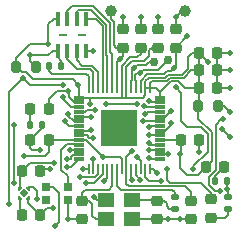
<source format=gbr>
%TF.GenerationSoftware,KiCad,Pcbnew,7.0.2*%
%TF.CreationDate,2023-09-13T14:25:54-04:00*%
%TF.ProjectId,PicoMod,5069636f-4d6f-4642-9e6b-696361645f70,rev?*%
%TF.SameCoordinates,Original*%
%TF.FileFunction,Copper,L1,Top*%
%TF.FilePolarity,Positive*%
%FSLAX46Y46*%
G04 Gerber Fmt 4.6, Leading zero omitted, Abs format (unit mm)*
G04 Created by KiCad (PCBNEW 7.0.2) date 2023-09-13 14:25:54*
%MOMM*%
%LPD*%
G01*
G04 APERTURE LIST*
G04 Aperture macros list*
%AMRoundRect*
0 Rectangle with rounded corners*
0 $1 Rounding radius*
0 $2 $3 $4 $5 $6 $7 $8 $9 X,Y pos of 4 corners*
0 Add a 4 corners polygon primitive as box body*
4,1,4,$2,$3,$4,$5,$6,$7,$8,$9,$2,$3,0*
0 Add four circle primitives for the rounded corners*
1,1,$1+$1,$2,$3*
1,1,$1+$1,$4,$5*
1,1,$1+$1,$6,$7*
1,1,$1+$1,$8,$9*
0 Add four rect primitives between the rounded corners*
20,1,$1+$1,$2,$3,$4,$5,0*
20,1,$1+$1,$4,$5,$6,$7,0*
20,1,$1+$1,$6,$7,$8,$9,0*
20,1,$1+$1,$8,$9,$2,$3,0*%
%AMRotRect*
0 Rectangle, with rotation*
0 The origin of the aperture is its center*
0 $1 length*
0 $2 width*
0 $3 Rotation angle, in degrees counterclockwise*
0 Add horizontal line*
21,1,$1,$2,0,0,$3*%
%AMFreePoly0*
4,1,6,0.130000,0.115000,0.130000,-0.115000,-0.130000,-0.115000,-0.130000,0.275000,-0.020000,0.275000,0.130000,0.115000,0.130000,0.115000,$1*%
%AMFreePoly1*
4,1,6,0.130000,-0.115000,-0.130000,-0.115000,-0.130000,0.115000,0.020000,0.275000,0.130000,0.275000,0.130000,-0.115000,0.130000,-0.115000,$1*%
G04 Aperture macros list end*
%TA.AperFunction,SMDPad,CuDef*%
%ADD10C,1.000000*%
%TD*%
%TA.AperFunction,SMDPad,CuDef*%
%ADD11RoundRect,0.225000X-0.225000X-0.250000X0.225000X-0.250000X0.225000X0.250000X-0.225000X0.250000X0*%
%TD*%
%TA.AperFunction,SMDPad,CuDef*%
%ADD12RoundRect,0.135000X-0.135000X-0.185000X0.135000X-0.185000X0.135000X0.185000X-0.135000X0.185000X0*%
%TD*%
%TA.AperFunction,SMDPad,CuDef*%
%ADD13RoundRect,0.135000X0.185000X-0.135000X0.185000X0.135000X-0.185000X0.135000X-0.185000X-0.135000X0*%
%TD*%
%TA.AperFunction,SMDPad,CuDef*%
%ADD14RoundRect,0.200000X0.200000X0.275000X-0.200000X0.275000X-0.200000X-0.275000X0.200000X-0.275000X0*%
%TD*%
%TA.AperFunction,SMDPad,CuDef*%
%ADD15RoundRect,0.225000X0.225000X0.250000X-0.225000X0.250000X-0.225000X-0.250000X0.225000X-0.250000X0*%
%TD*%
%TA.AperFunction,SMDPad,CuDef*%
%ADD16C,0.750000*%
%TD*%
%TA.AperFunction,SMDPad,CuDef*%
%ADD17R,0.700000X0.700000*%
%TD*%
%TA.AperFunction,SMDPad,CuDef*%
%ADD18RoundRect,0.225000X0.250000X-0.225000X0.250000X0.225000X-0.250000X0.225000X-0.250000X-0.225000X0*%
%TD*%
%TA.AperFunction,SMDPad,CuDef*%
%ADD19RoundRect,0.012800X0.147200X-0.517200X0.147200X0.517200X-0.147200X0.517200X-0.147200X-0.517200X0*%
%TD*%
%TA.AperFunction,SMDPad,CuDef*%
%ADD20R,0.800000X0.200000*%
%TD*%
%TA.AperFunction,SMDPad,CuDef*%
%ADD21RoundRect,0.225000X-0.250000X0.225000X-0.250000X-0.225000X0.250000X-0.225000X0.250000X0.225000X0*%
%TD*%
%TA.AperFunction,SMDPad,CuDef*%
%ADD22RoundRect,0.218750X0.256250X-0.218750X0.256250X0.218750X-0.256250X0.218750X-0.256250X-0.218750X0*%
%TD*%
%TA.AperFunction,SMDPad,CuDef*%
%ADD23RoundRect,0.218750X0.218750X0.256250X-0.218750X0.256250X-0.218750X-0.256250X0.218750X-0.256250X0*%
%TD*%
%TA.AperFunction,SMDPad,CuDef*%
%ADD24R,1.400000X1.150000*%
%TD*%
%TA.AperFunction,SMDPad,CuDef*%
%ADD25RoundRect,0.006000X-0.414000X-0.094000X0.414000X-0.094000X0.414000X0.094000X-0.414000X0.094000X0*%
%TD*%
%TA.AperFunction,SMDPad,CuDef*%
%ADD26RoundRect,0.020000X-0.080000X-0.400000X0.080000X-0.400000X0.080000X0.400000X-0.080000X0.400000X0*%
%TD*%
%TA.AperFunction,SMDPad,CuDef*%
%ADD27R,3.100000X3.100000*%
%TD*%
%TA.AperFunction,SMDPad,CuDef*%
%ADD28RoundRect,0.218750X-0.218750X-0.256250X0.218750X-0.256250X0.218750X0.256250X-0.218750X0.256250X0*%
%TD*%
%TA.AperFunction,SMDPad,CuDef*%
%ADD29RoundRect,0.135000X-0.185000X0.135000X-0.185000X-0.135000X0.185000X-0.135000X0.185000X0.135000X0*%
%TD*%
%TA.AperFunction,SMDPad,CuDef*%
%ADD30FreePoly0,0.000000*%
%TD*%
%TA.AperFunction,SMDPad,CuDef*%
%ADD31FreePoly1,0.000000*%
%TD*%
%TA.AperFunction,SMDPad,CuDef*%
%ADD32FreePoly0,180.000000*%
%TD*%
%TA.AperFunction,SMDPad,CuDef*%
%ADD33FreePoly1,180.000000*%
%TD*%
%TA.AperFunction,SMDPad,CuDef*%
%ADD34RotRect,0.520000X0.520000X225.000000*%
%TD*%
%TA.AperFunction,ViaPad*%
%ADD35C,0.508000*%
%TD*%
%TA.AperFunction,Conductor*%
%ADD36C,0.152400*%
%TD*%
%TA.AperFunction,Conductor*%
%ADD37C,0.200000*%
%TD*%
G04 APERTURE END LIST*
D10*
%TO.P,TP5,1,1*%
%TO.N,GND*%
X35600000Y-21050000D03*
%TD*%
D11*
%TO.P,C3,1*%
%TO.N,+3V3*%
X35225000Y-32000000D03*
%TO.P,C3,2*%
%TO.N,GND*%
X36775000Y-32000000D03*
%TD*%
D12*
%TO.P,R3,1*%
%TO.N,/qCSN*%
X24040000Y-25750000D03*
%TO.P,R3,2*%
%TO.N,/BOOTSEL*%
X25060000Y-25750000D03*
%TD*%
D11*
%TO.P,C15,1*%
%TO.N,+5V*%
X21725000Y-34600000D03*
%TO.P,C15,2*%
%TO.N,GND*%
X23275000Y-34600000D03*
%TD*%
D13*
%TO.P,R8,1*%
%TO.N,Net-(D1-K)*%
X39200000Y-37810000D03*
%TO.P,R8,2*%
%TO.N,GND*%
X39200000Y-36790000D03*
%TD*%
D11*
%TO.P,C4,1*%
%TO.N,+3V3*%
X36725000Y-26100000D03*
%TO.P,C4,2*%
%TO.N,GND*%
X38275000Y-26100000D03*
%TD*%
D12*
%TO.P,R10,1*%
%TO.N,Net-(D4-K)*%
X22460000Y-30690000D03*
%TO.P,R10,2*%
%TO.N,GND*%
X23480000Y-30690000D03*
%TD*%
D14*
%TO.P,R11,1*%
%TO.N,/RUN*%
X38350000Y-29150000D03*
%TO.P,R11,2*%
%TO.N,+3V3*%
X36700000Y-29150000D03*
%TD*%
D15*
%TO.P,C12,1*%
%TO.N,+3V3*%
X24025000Y-32000000D03*
%TO.P,C12,2*%
%TO.N,GND*%
X22475000Y-32000000D03*
%TD*%
D16*
%TO.P,TP3,1,1*%
%TO.N,/usbN*%
X34150000Y-25250000D03*
%TD*%
D17*
%TO.P,D2,1,VDD*%
%TO.N,/LED_PWR*%
X23785000Y-35950000D03*
%TO.P,D2,2,DOUT*%
%TO.N,unconnected-(D2-DOUT-Pad2)*%
X23785000Y-37050000D03*
%TO.P,D2,3,VSS*%
%TO.N,GND*%
X25615000Y-37050000D03*
%TO.P,D2,4,DIN*%
%TO.N,/LED_DI*%
X25615000Y-35950000D03*
%TD*%
D18*
%TO.P,C2,1*%
%TO.N,+3V3*%
X33300000Y-24175000D03*
%TO.P,C2,2*%
%TO.N,GND*%
X33300000Y-22625000D03*
%TD*%
D11*
%TO.P,C5,1*%
%TO.N,+3V3*%
X36725000Y-27600000D03*
%TO.P,C5,2*%
%TO.N,GND*%
X38275000Y-27600000D03*
%TD*%
D19*
%TO.P,U2,1,~{CS}*%
%TO.N,/BOOTSEL*%
X24800000Y-24435000D03*
%TO.P,U2,2,SO/IO1*%
%TO.N,/qSD1*%
X25600000Y-24435000D03*
%TO.P,U2,3,~{WP}*%
%TO.N,/qSD2*%
X26400000Y-24435000D03*
%TO.P,U2,4,GND*%
%TO.N,GND*%
X27200000Y-24435000D03*
%TO.P,U2,5,SI/IO0*%
%TO.N,/qSD0*%
X27200000Y-21765000D03*
%TO.P,U2,6,SCK*%
%TO.N,/qSCK*%
X26400000Y-21765000D03*
%TO.P,U2,7,~{HOLD}*%
%TO.N,/qSD3*%
X25600000Y-21765000D03*
%TO.P,U2,8,VCC*%
%TO.N,+3V3*%
X24800000Y-21765000D03*
D20*
%TO.P,U2,9*%
%TO.N,N/C*%
X25200000Y-23100000D03*
%TO.P,U2,10*%
X26800000Y-23100000D03*
%TD*%
D14*
%TO.P,R4,1*%
%TO.N,/BOOTSEL*%
X22925000Y-25800000D03*
%TO.P,R4,2*%
%TO.N,+3V3*%
X21275000Y-25800000D03*
%TD*%
D21*
%TO.P,C14,1*%
%TO.N,Net-(C14-Pad1)*%
X33200000Y-37125000D03*
%TO.P,C14,2*%
%TO.N,GND*%
X33200000Y-38675000D03*
%TD*%
D11*
%TO.P,C11,1*%
%TO.N,+3V3*%
X36725000Y-24600000D03*
%TO.P,C11,2*%
%TO.N,GND*%
X38275000Y-24600000D03*
%TD*%
%TO.P,C16,1*%
%TO.N,+3V3*%
X21725000Y-38365000D03*
%TO.P,C16,2*%
%TO.N,GND*%
X23275000Y-38365000D03*
%TD*%
D22*
%TO.P,D1,1,K*%
%TO.N,Net-(D1-K)*%
X37800000Y-38587500D03*
%TO.P,D1,2,A*%
%TO.N,/LED*%
X37800000Y-37012500D03*
%TD*%
D23*
%TO.P,D3,1,K*%
%TO.N,Net-(D3-K)*%
X38887500Y-34300000D03*
%TO.P,D3,2,A*%
%TO.N,+3V3*%
X37312500Y-34300000D03*
%TD*%
D16*
%TO.P,TP2,1,1*%
%TO.N,/usbP*%
X32950000Y-25350000D03*
%TD*%
D24*
%TO.P,Y1,1,1*%
%TO.N,/XIN*%
X28900000Y-38700000D03*
%TO.P,Y1,2,2*%
%TO.N,GND*%
X31100000Y-38700000D03*
%TO.P,Y1,3,3*%
%TO.N,Net-(C14-Pad1)*%
X31100000Y-37100000D03*
%TO.P,Y1,4,4*%
%TO.N,GND*%
X28900000Y-37100000D03*
%TD*%
D12*
%TO.P,R9,1*%
%TO.N,Net-(D3-K)*%
X38140000Y-35500000D03*
%TO.P,R9,2*%
%TO.N,GND*%
X39160000Y-35500000D03*
%TD*%
D21*
%TO.P,C10,1*%
%TO.N,+1V1*%
X36100000Y-37125000D03*
%TO.P,C10,2*%
%TO.N,GND*%
X36100000Y-38675000D03*
%TD*%
%TO.P,C13,1*%
%TO.N,/XIN*%
X26800000Y-37125000D03*
%TO.P,C13,2*%
%TO.N,GND*%
X26800000Y-38675000D03*
%TD*%
D25*
%TO.P,U1,1,IOVDD*%
%TO.N,+3V3*%
X26565000Y-28400000D03*
%TO.P,U1,2,GPIO0*%
%TO.N,/TX0*%
X26565000Y-28800000D03*
%TO.P,U1,3,GPIO1*%
%TO.N,/RX0*%
X26565000Y-29200000D03*
%TO.P,U1,4,GPIO2*%
%TO.N,/SCK0*%
X26565000Y-29600000D03*
%TO.P,U1,5,GPIO3*%
%TO.N,/MOSI0*%
X26565000Y-30000000D03*
%TO.P,U1,6,GPIO4*%
%TO.N,/MISO0*%
X26565000Y-30400000D03*
%TO.P,U1,7,GPIO5*%
%TO.N,/GPIO5*%
X26565000Y-30800000D03*
%TO.P,U1,8,GPIO6*%
%TO.N,/SDA*%
X26565000Y-31200000D03*
%TO.P,U1,9,GPIO7*%
%TO.N,/SCL*%
X26565000Y-31600000D03*
%TO.P,U1,10,IOVDD*%
%TO.N,+3V3*%
X26565000Y-32000000D03*
%TO.P,U1,11,GPIO8*%
%TO.N,/LED_DI*%
X26565000Y-32400000D03*
%TO.P,U1,12,GPIO9*%
%TO.N,/GPIO9*%
X26565000Y-32800000D03*
%TO.P,U1,13,GPIO10*%
%TO.N,/GPIO10*%
X26565000Y-33200000D03*
%TO.P,U1,14,GPIO11*%
%TO.N,/GPIO11*%
X26565000Y-33600000D03*
D26*
%TO.P,U1,15,GPIO12*%
%TO.N,/MISO1*%
X27400000Y-34435000D03*
%TO.P,U1,16,GPIO13*%
%TO.N,/GPIO13*%
X27800000Y-34435000D03*
%TO.P,U1,17,GPIO14*%
%TO.N,/SCK1*%
X28200000Y-34435000D03*
%TO.P,U1,18,GPIO15*%
%TO.N,/MOSI1*%
X28600000Y-34435000D03*
%TO.P,U1,19,TESTEN*%
%TO.N,GND*%
X29000000Y-34435000D03*
%TO.P,U1,20,XIN*%
%TO.N,/XIN*%
X29400000Y-34435000D03*
%TO.P,U1,21,XOUT*%
%TO.N,/XOUT*%
X29800000Y-34435000D03*
%TO.P,U1,22,IOVDD*%
%TO.N,+3V3*%
X30200000Y-34435000D03*
%TO.P,U1,23,DVDD*%
%TO.N,+1V1*%
X30600000Y-34435000D03*
%TO.P,U1,24,SWCLK*%
%TO.N,/SWCLK*%
X31000000Y-34435000D03*
%TO.P,U1,25,SWD*%
%TO.N,/SWDIO*%
X31400000Y-34435000D03*
%TO.P,U1,26,RUN*%
%TO.N,/RUN*%
X31800000Y-34435000D03*
%TO.P,U1,27,GPIO16*%
%TO.N,/GPIO16*%
X32200000Y-34435000D03*
%TO.P,U1,28,GPIO17*%
%TO.N,/GPIO17*%
X32600000Y-34435000D03*
D25*
%TO.P,U1,29,GPIO18*%
%TO.N,/GPIO18*%
X33435000Y-33600000D03*
%TO.P,U1,30,GPIO19*%
%TO.N,/GPIO19*%
X33435000Y-33200000D03*
%TO.P,U1,31,GPIO20*%
%TO.N,/GPIO20*%
X33435000Y-32800000D03*
%TO.P,U1,32,GPIO21*%
%TO.N,/GPIO21*%
X33435000Y-32400000D03*
%TO.P,U1,33,IOVDD*%
%TO.N,+3V3*%
X33435000Y-32000000D03*
%TO.P,U1,34,GPIO22*%
%TO.N,/GPIO22*%
X33435000Y-31600000D03*
%TO.P,U1,35,GPIO23*%
%TO.N,/GPIO23*%
X33435000Y-31200000D03*
%TO.P,U1,36,GPIO24*%
%TO.N,/GPIO24*%
X33435000Y-30800000D03*
%TO.P,U1,37,GPIO25*%
%TO.N,/LED*%
X33435000Y-30400000D03*
%TO.P,U1,38,GPIO26/ADC0*%
%TO.N,/ADC0*%
X33435000Y-30000000D03*
%TO.P,U1,39,GPIO27/ADC1*%
%TO.N,/ADC1*%
X33435000Y-29600000D03*
%TO.P,U1,40,GPIO28/ADC2*%
%TO.N,/ADC2*%
X33435000Y-29200000D03*
%TO.P,U1,41,GPIO29/ADC3*%
%TO.N,/ADC3*%
X33435000Y-28800000D03*
%TO.P,U1,42,IOVDD*%
%TO.N,+3V3*%
X33435000Y-28400000D03*
D26*
%TO.P,U1,43,ADC_AVDD*%
X32600000Y-27565000D03*
%TO.P,U1,44,VREG_VIN*%
X32200000Y-27565000D03*
%TO.P,U1,45,VREG_VOUT*%
%TO.N,+1V1*%
X31800000Y-27565000D03*
%TO.P,U1,46,USB_DM*%
%TO.N,/usbN*%
X31400000Y-27565000D03*
%TO.P,U1,47,USB_DP*%
%TO.N,/usbP*%
X31000000Y-27565000D03*
%TO.P,U1,48,USB_VDD*%
%TO.N,+3V3*%
X30600000Y-27565000D03*
%TO.P,U1,49,IOVDD*%
X30200000Y-27565000D03*
%TO.P,U1,50,DVDD*%
%TO.N,+1V1*%
X29800000Y-27565000D03*
%TO.P,U1,51,QSPI_SD3*%
%TO.N,/qSD3*%
X29400000Y-27565000D03*
%TO.P,U1,52,QSPI_SCLK*%
%TO.N,/qSCK*%
X29000000Y-27565000D03*
%TO.P,U1,53,QSPI_SD0*%
%TO.N,/qSD0*%
X28600000Y-27565000D03*
%TO.P,U1,54,QSPI_SD2*%
%TO.N,/qSD2*%
X28200000Y-27565000D03*
%TO.P,U1,55,QSPI_SD1*%
%TO.N,/qSD1*%
X27800000Y-27565000D03*
%TO.P,U1,56,QSPI_CSN*%
%TO.N,/qCSN*%
X27400000Y-27565000D03*
D27*
%TO.P,U1,57,GND*%
%TO.N,GND*%
X30000000Y-31000000D03*
%TD*%
D18*
%TO.P,C1,1*%
%TO.N,+3V3*%
X31800000Y-24175000D03*
%TO.P,C1,2*%
%TO.N,GND*%
X31800000Y-22625000D03*
%TD*%
D28*
%TO.P,D4,1,K*%
%TO.N,Net-(D4-K)*%
X22462500Y-29350000D03*
%TO.P,D4,2,A*%
%TO.N,/TX0*%
X24037500Y-29350000D03*
%TD*%
D18*
%TO.P,C8,1*%
%TO.N,+1V1*%
X34800000Y-24175000D03*
%TO.P,C8,2*%
%TO.N,GND*%
X34800000Y-22625000D03*
%TD*%
D29*
%TO.P,R5,1*%
%TO.N,/XOUT*%
X34700000Y-36790000D03*
%TO.P,R5,2*%
%TO.N,Net-(C14-Pad1)*%
X34700000Y-37810000D03*
%TD*%
D18*
%TO.P,C9,1*%
%TO.N,+1V1*%
X30300000Y-24175000D03*
%TO.P,C9,2*%
%TO.N,GND*%
X30300000Y-22625000D03*
%TD*%
D30*
%TO.P,U3,1,VOUT*%
%TO.N,+3V3*%
X21600000Y-36985000D03*
D31*
%TO.P,U3,2,GND*%
%TO.N,GND*%
X22250000Y-36985000D03*
D32*
%TO.P,U3,3,EN*%
%TO.N,/VREG_EN*%
X22250000Y-36015000D03*
D33*
%TO.P,U3,4,VIN*%
%TO.N,+5V*%
X21600000Y-36015000D03*
D34*
%TO.P,U3,5*%
%TO.N,N/C*%
X21925000Y-36500000D03*
%TD*%
D10*
%TO.P,TP4,1,1*%
%TO.N,+1V1*%
X29300000Y-21050000D03*
%TD*%
D35*
%TO.N,+3V3*%
X24000000Y-23900000D03*
X28650000Y-33450000D03*
X37500000Y-25350000D03*
X26524423Y-27325577D03*
X35150000Y-33200000D03*
X27500000Y-28900000D03*
X21900000Y-33300000D03*
%TO.N,GND*%
X28714709Y-35464709D03*
X29800000Y-31400000D03*
X29100000Y-29800000D03*
X25650000Y-38675226D03*
X24417900Y-37750000D03*
X39350000Y-26100000D03*
X27800000Y-24450000D03*
X34150000Y-38675000D03*
X27822673Y-36772673D03*
X35150000Y-38675000D03*
X29800000Y-29800000D03*
X36750000Y-33035000D03*
X39350000Y-27600000D03*
X30300000Y-21600000D03*
X30500000Y-32200000D03*
X29800000Y-30600000D03*
X39350000Y-24600000D03*
X23250000Y-32794100D03*
X31800000Y-21600000D03*
X24098874Y-34448392D03*
X30500000Y-29800000D03*
X30500000Y-30600000D03*
X30500000Y-31400000D03*
X33300000Y-21600000D03*
X29800000Y-32200000D03*
X39160000Y-36150000D03*
X34800000Y-21600000D03*
%TO.N,+1V1*%
X35750000Y-23215200D03*
X31080480Y-32955902D03*
X34600000Y-25900000D03*
X30050000Y-25150000D03*
%TO.N,+5V*%
X25197387Y-27327440D03*
X21832100Y-26750000D03*
X20634501Y-37400000D03*
X28900000Y-28905900D03*
X24512628Y-33934310D03*
X31458025Y-28905900D03*
X34800000Y-27517900D03*
X36250000Y-34450500D03*
%TO.N,/LED*%
X32000000Y-30400000D03*
X34050000Y-34450000D03*
%TO.N,/TX0*%
X25645974Y-27811422D03*
%TO.N,/RX0*%
X25217900Y-28313641D03*
%TO.N,/SCK0*%
X27909723Y-29417299D03*
%TO.N,/MOSI0*%
X27600000Y-30000000D03*
%TO.N,/MISO0*%
X25644570Y-29816943D03*
%TO.N,/GPIO5*%
X25371949Y-30417900D03*
%TO.N,/SDA*%
X27608487Y-31149076D03*
%TO.N,/GPIO9*%
X25796186Y-32847645D03*
%TO.N,/GPIO10*%
X25585582Y-33632405D03*
%TO.N,/GPIO11*%
X25592277Y-34292272D03*
%TO.N,/MISO1*%
X26900000Y-34450000D03*
%TO.N,/SWCLK*%
X31099038Y-35411563D03*
X38512429Y-36276975D03*
X38783397Y-30249808D03*
%TO.N,/SWDIO*%
X39365500Y-31751948D03*
X38703500Y-31050362D03*
X31754546Y-35335539D03*
%TO.N,/RUN*%
X39365500Y-29650000D03*
X31517900Y-33450000D03*
%TO.N,/GPIO13*%
X27800000Y-33618104D03*
%TO.N,/SCK1*%
X26700000Y-35100000D03*
%TO.N,/MOSI1*%
X27200000Y-35600000D03*
%TO.N,/GPIO16*%
X33572370Y-35415500D03*
%TO.N,/GPIO17*%
X33200000Y-34756797D03*
%TO.N,/GPIO18*%
X32504048Y-33521653D03*
%TO.N,/GPIO19*%
X34137371Y-33188116D03*
%TO.N,/GPIO20*%
X32482100Y-32862115D03*
%TO.N,/GPIO21*%
X32482100Y-32202212D03*
%TO.N,/GPIO22*%
X32482100Y-31542309D03*
%TO.N,/GPIO23*%
X34387525Y-30587525D03*
%TO.N,/GPIO24*%
X32482100Y-30882406D03*
%TO.N,/ADC0*%
X34355450Y-29505450D03*
%TO.N,/ADC1*%
X32202875Y-29765615D03*
%TO.N,/ADC2*%
X32083379Y-29116621D03*
%TO.N,/ADC3*%
X32550000Y-28650000D03*
%TO.N,/SCL*%
X27759751Y-31791408D03*
%TO.N,/BOOTSEL*%
X22400000Y-24800000D03*
%TO.N,/VREG_EN*%
X22999454Y-36963438D03*
X21116601Y-30729850D03*
X21116601Y-35650000D03*
%TO.N,/LED_PWR*%
X24550000Y-39300000D03*
%TO.N,/usbN*%
X31733699Y-26346299D03*
%TO.N,/usbP*%
X31266301Y-25878901D03*
%TD*%
D36*
%TO.N,+3V3*%
X35450000Y-26750000D02*
X36100000Y-26100000D01*
X32550000Y-24400000D02*
X32550000Y-24850000D01*
D37*
X30050000Y-33450000D02*
X30200000Y-33600000D01*
X32600000Y-27565000D02*
X33115000Y-27565000D01*
D36*
X36150000Y-24600000D02*
X36725000Y-24600000D01*
X31500000Y-25000000D02*
X30900000Y-25000000D01*
X35350000Y-26450000D02*
X35800000Y-26000000D01*
X21742400Y-26267400D02*
X22099900Y-26267400D01*
X31100000Y-25300000D02*
X30600000Y-25800000D01*
X21600000Y-38240000D02*
X21725000Y-38365000D01*
X22450000Y-23900000D02*
X21275000Y-25075000D01*
X32800000Y-26950000D02*
X34050000Y-26950000D01*
D37*
X35150000Y-34350000D02*
X35756900Y-34956900D01*
D36*
X21725000Y-38365000D02*
X21750000Y-38340000D01*
X26044186Y-26845340D02*
X26524423Y-27325577D01*
X32600000Y-27150000D02*
X32800000Y-26950000D01*
X35225000Y-33025000D02*
X35150000Y-33100000D01*
D37*
X24025000Y-32975000D02*
X24025000Y-32000000D01*
D36*
X31800000Y-24175000D02*
X31800000Y-24700000D01*
D37*
X27500000Y-28400000D02*
X30200000Y-28400000D01*
X30200000Y-27565000D02*
X30200000Y-28400000D01*
D36*
X35150000Y-33100000D02*
X35150000Y-33200000D01*
D37*
X36725000Y-29125000D02*
X36700000Y-29150000D01*
D36*
X35800000Y-24950000D02*
X36150000Y-24600000D01*
D37*
X21900000Y-33300000D02*
X23700000Y-33300000D01*
D36*
X30200000Y-25700000D02*
X30200000Y-27865000D01*
D37*
X36700000Y-30185290D02*
X37828600Y-31313890D01*
X26565000Y-28400000D02*
X27500000Y-28400000D01*
D36*
X33450000Y-28385000D02*
X33435000Y-28400000D01*
D37*
X30200000Y-33600000D02*
X30200000Y-34435000D01*
X32000000Y-28400000D02*
X32200000Y-28200000D01*
D36*
X24435000Y-21765000D02*
X24000000Y-22200000D01*
X36100000Y-26100000D02*
X36725000Y-26100000D01*
D37*
X35150000Y-33200000D02*
X35150000Y-34350000D01*
X28650000Y-33450000D02*
X27200000Y-32000000D01*
D36*
X26565000Y-27366154D02*
X26565000Y-28400000D01*
X22450000Y-23900000D02*
X24000000Y-23900000D01*
D37*
X24025000Y-32000000D02*
X26565000Y-32000000D01*
D36*
X36750000Y-24600000D02*
X37500000Y-25350000D01*
X21275000Y-25800000D02*
X21742400Y-26267400D01*
X32100000Y-25300000D02*
X31100000Y-25300000D01*
X32775000Y-24175000D02*
X32550000Y-24400000D01*
D37*
X30600000Y-27565000D02*
X30600000Y-28400000D01*
X30200000Y-28400000D02*
X30600000Y-28400000D01*
D36*
X32500000Y-26700000D02*
X33900000Y-26700000D01*
D37*
X36725000Y-27600000D02*
X36725000Y-26100000D01*
D36*
X33900000Y-26700000D02*
X34150000Y-26450000D01*
X21600000Y-36985000D02*
X21600000Y-38240000D01*
D37*
X35756900Y-34956900D02*
X36655600Y-34956900D01*
D36*
X26524423Y-27325577D02*
X26565000Y-27366154D01*
D37*
X33450000Y-27900000D02*
X33450000Y-28385000D01*
D36*
X32550000Y-24850000D02*
X32100000Y-25300000D01*
D37*
X32200000Y-28200000D02*
X32200000Y-27565000D01*
X23700000Y-33300000D02*
X24025000Y-32975000D01*
X36655600Y-34956900D02*
X37312500Y-34300000D01*
D36*
X32600000Y-27550000D02*
X32600000Y-27150000D01*
D37*
X32600000Y-27565000D02*
X32200000Y-27565000D01*
D36*
X31800000Y-24700000D02*
X31500000Y-25000000D01*
X34050000Y-26950000D02*
X34250000Y-26750000D01*
X30600000Y-25800000D02*
X30600000Y-27865000D01*
D37*
X30600000Y-28400000D02*
X32000000Y-28400000D01*
X36725000Y-27350000D02*
X36725000Y-29125000D01*
X37828600Y-33783900D02*
X37312500Y-34300000D01*
D36*
X21275000Y-25075000D02*
X21275000Y-25800000D01*
X36725000Y-24600000D02*
X36750000Y-24600000D01*
D37*
X33115000Y-27565000D02*
X33450000Y-27900000D01*
X36725000Y-24600000D02*
X36725000Y-26100000D01*
D36*
X24000000Y-22200000D02*
X24000000Y-23900000D01*
X34250000Y-26750000D02*
X35450000Y-26750000D01*
D37*
X27500000Y-28900000D02*
X27500000Y-28400000D01*
D36*
X32200000Y-27865000D02*
X32200000Y-27000000D01*
D37*
X33435000Y-32000000D02*
X35225000Y-32000000D01*
D36*
X34150000Y-26450000D02*
X35350000Y-26450000D01*
D37*
X37828600Y-31313890D02*
X37828600Y-33783900D01*
D36*
X24800000Y-21765000D02*
X24435000Y-21765000D01*
D37*
X35225000Y-32000000D02*
X35225000Y-33025000D01*
D36*
X22677840Y-26845340D02*
X26044186Y-26845340D01*
D37*
X34338500Y-27011500D02*
X35011500Y-27011500D01*
X27200000Y-32000000D02*
X26565000Y-32000000D01*
X28650000Y-33450000D02*
X30050000Y-33450000D01*
D36*
X22099900Y-26267400D02*
X22677840Y-26845340D01*
D37*
X35011500Y-27011500D02*
X35600000Y-27600000D01*
D36*
X32200000Y-27000000D02*
X32500000Y-26700000D01*
D37*
X33450000Y-27900000D02*
X34338500Y-27011500D01*
D36*
X30900000Y-25000000D02*
X30200000Y-25700000D01*
X33300000Y-24175000D02*
X32775000Y-24175000D01*
D37*
X35600000Y-27600000D02*
X36725000Y-27600000D01*
X36700000Y-29400000D02*
X36700000Y-30185290D01*
D36*
X35800000Y-26000000D02*
X35800000Y-24950000D01*
%TO.N,GND*%
X25650000Y-38675226D02*
X26799774Y-38675226D01*
X22644100Y-32794100D02*
X22475000Y-32625000D01*
X39160000Y-36150000D02*
X39160000Y-35400000D01*
X23426608Y-34448392D02*
X23275000Y-34600000D01*
X28900000Y-37100000D02*
X28150000Y-37100000D01*
X34800000Y-21600000D02*
X34900000Y-21600000D01*
X31800000Y-22625000D02*
X31800000Y-21600000D01*
X26799774Y-38675226D02*
X26800000Y-38675000D01*
X38275000Y-27600000D02*
X39300000Y-27600000D01*
X38275000Y-26100000D02*
X38275000Y-24600000D01*
X27750000Y-24450000D02*
X27215000Y-24450000D01*
X33175000Y-38700000D02*
X31100000Y-38700000D01*
X38275000Y-24600000D02*
X39300000Y-24600000D01*
X33300000Y-22625000D02*
X33300000Y-21600000D01*
X39300000Y-26100000D02*
X39350000Y-26100000D01*
X28714709Y-35464709D02*
X29000000Y-35179418D01*
X39300000Y-27600000D02*
X39350000Y-27600000D01*
X39200000Y-36790000D02*
X39200000Y-36250000D01*
X23480000Y-30970000D02*
X23480000Y-30690000D01*
X25615000Y-38640226D02*
X25615000Y-37050000D01*
X35600000Y-21050000D02*
X35350000Y-21050000D01*
X28150000Y-37100000D02*
X27822673Y-36772673D01*
X22250000Y-37340000D02*
X23275000Y-38365000D01*
X25650000Y-38675226D02*
X25615000Y-38640226D01*
X22250000Y-36985000D02*
X22250000Y-37340000D01*
X36100000Y-38675000D02*
X33200000Y-38675000D01*
X38275000Y-27600000D02*
X38275000Y-26100000D01*
X22475000Y-32000000D02*
X22475000Y-31975000D01*
X23275000Y-34600000D02*
X23275000Y-34990000D01*
X29000000Y-35179418D02*
X29000000Y-34435000D01*
X34800000Y-22625000D02*
X34800000Y-21600000D01*
X36775000Y-32000000D02*
X36775000Y-33010000D01*
X33200000Y-38675000D02*
X33175000Y-38700000D01*
X30300000Y-22625000D02*
X30300000Y-21600000D01*
X23890000Y-37750000D02*
X23275000Y-38365000D01*
X35350000Y-21050000D02*
X34800000Y-21600000D01*
X24417900Y-37750000D02*
X23890000Y-37750000D01*
X39300000Y-24600000D02*
X39350000Y-24600000D01*
X23250000Y-32794100D02*
X22644100Y-32794100D01*
X38275000Y-26100000D02*
X39300000Y-26100000D01*
X24098874Y-34448392D02*
X23426608Y-34448392D01*
X22475000Y-31975000D02*
X23480000Y-30970000D01*
X27750000Y-24450000D02*
X27800000Y-24450000D01*
X36775000Y-33010000D02*
X36750000Y-33035000D01*
X22475000Y-32625000D02*
X22475000Y-32000000D01*
%TO.N,+1V1*%
X30600000Y-35700000D02*
X30797600Y-35897600D01*
X30600000Y-34435000D02*
X30600000Y-35700000D01*
X29514400Y-23964400D02*
X29725000Y-24175000D01*
X30600000Y-33436382D02*
X30600000Y-34435000D01*
X34023748Y-26145200D02*
X34354800Y-26145200D01*
X30300000Y-24900000D02*
X29800000Y-25400000D01*
X35597600Y-35897600D02*
X36100000Y-36400000D01*
X30797600Y-35897600D02*
X35597600Y-35897600D01*
X29300000Y-21050000D02*
X29300000Y-21750000D01*
X31800000Y-26968948D02*
X32373748Y-26395200D01*
X34354800Y-26145200D02*
X34800000Y-25700000D01*
X32373748Y-26395200D02*
X33773748Y-26395200D01*
X31800000Y-27865000D02*
X31800000Y-26968948D01*
X34800000Y-24165200D02*
X35750000Y-23215200D01*
X29514400Y-21964400D02*
X29514400Y-23964400D01*
X29725000Y-24175000D02*
X30300000Y-24175000D01*
X30300000Y-24175000D02*
X30300000Y-24900000D01*
X33773748Y-26395200D02*
X34023748Y-26145200D01*
X36100000Y-36400000D02*
X36100000Y-37125000D01*
X31080480Y-32955902D02*
X30600000Y-33436382D01*
X34800000Y-25700000D02*
X34800000Y-24175000D01*
X29800000Y-25400000D02*
X29800000Y-27865000D01*
X29300000Y-21750000D02*
X29514400Y-21964400D01*
X34800000Y-24175000D02*
X34800000Y-24165200D01*
%TO.N,/XIN*%
X27098300Y-36201700D02*
X26800000Y-36500000D01*
X26800000Y-37125000D02*
X27425000Y-37125000D01*
X29098300Y-36201700D02*
X27098300Y-36201700D01*
X27700000Y-38400000D02*
X28000000Y-38700000D01*
X26785000Y-37310000D02*
X26800000Y-37325000D01*
X27425000Y-37125000D02*
X27700000Y-37400000D01*
X27700000Y-37400000D02*
X27700000Y-38400000D01*
X29400000Y-35900000D02*
X29098300Y-36201700D01*
X28000000Y-38700000D02*
X28900000Y-38700000D01*
X29400000Y-34435000D02*
X29400000Y-35900000D01*
X26825000Y-37300000D02*
X26800000Y-37325000D01*
X26800000Y-36500000D02*
X26800000Y-37125000D01*
%TO.N,Net-(C14-Pad1)*%
X34000000Y-37600000D02*
X34210000Y-37810000D01*
X33825000Y-37125000D02*
X34000000Y-37300000D01*
X33200000Y-37125000D02*
X33175000Y-37100000D01*
X34000000Y-37300000D02*
X34000000Y-37600000D01*
X34210000Y-37810000D02*
X34700000Y-37810000D01*
X33175000Y-37100000D02*
X31100000Y-37100000D01*
X33200000Y-37125000D02*
X33825000Y-37125000D01*
%TO.N,+5V*%
X35250000Y-30400000D02*
X35750000Y-30900000D01*
X25174827Y-27350000D02*
X25197387Y-27327440D01*
X22428600Y-33896400D02*
X24474718Y-33896400D01*
X35750000Y-30900000D02*
X36950000Y-30900000D01*
X24474718Y-33896400D02*
X24512628Y-33934310D01*
X21832100Y-26750000D02*
X20634501Y-27947599D01*
X35250000Y-27967900D02*
X35250000Y-30400000D01*
X20634501Y-37400000D02*
X20634501Y-27947599D01*
X21832100Y-26750000D02*
X22432100Y-27350000D01*
X34800000Y-27517900D02*
X35250000Y-27967900D01*
X36950000Y-30900000D02*
X37500000Y-31450000D01*
X37500000Y-31450000D02*
X37500000Y-32967500D01*
X21600000Y-36015000D02*
X21600000Y-34725000D01*
X28900000Y-28905900D02*
X31458025Y-28905900D01*
X21725000Y-34600000D02*
X22428600Y-33896400D01*
X37500000Y-32967500D02*
X36250000Y-34217500D01*
X22432100Y-27350000D02*
X25174827Y-27350000D01*
X21600000Y-34725000D02*
X21725000Y-34600000D01*
X36250000Y-34217500D02*
X36250000Y-34450500D01*
%TO.N,Net-(D1-K)*%
X39200000Y-37810000D02*
X39200000Y-38300000D01*
X38912500Y-38587500D02*
X37800000Y-38587500D01*
X39200000Y-38300000D02*
X38912500Y-38587500D01*
%TO.N,/LED*%
X34292800Y-35592800D02*
X35723852Y-35592800D01*
X33435000Y-30400000D02*
X32000000Y-30400000D01*
X37800000Y-36500000D02*
X37800000Y-37012500D01*
X34050000Y-35350000D02*
X34292800Y-35592800D01*
X35723852Y-35592800D02*
X35725052Y-35594000D01*
X36894000Y-35594000D02*
X37800000Y-36500000D01*
X35725052Y-35594000D02*
X36894000Y-35594000D01*
X34050000Y-34450000D02*
X34050000Y-35350000D01*
%TO.N,/LED_DI*%
X25102982Y-32858349D02*
X25102982Y-34502982D01*
X25615000Y-35015000D02*
X25615000Y-35950000D01*
X26565000Y-32400000D02*
X26530045Y-32365045D01*
X25102982Y-34502982D02*
X25615000Y-35015000D01*
X26530045Y-32365045D02*
X25596286Y-32365045D01*
X25596286Y-32365045D02*
X25102982Y-32858349D01*
%TO.N,/TX0*%
X25700000Y-27865448D02*
X25700000Y-28374775D01*
X26125225Y-28800000D02*
X26565000Y-28800000D01*
X24037500Y-29350000D02*
X24037500Y-28512500D01*
X25645974Y-27811422D02*
X25700000Y-27865448D01*
X25700000Y-28374775D02*
X26125225Y-28800000D01*
X24037500Y-28512500D02*
X24738578Y-27811422D01*
X24738578Y-27811422D02*
X25645974Y-27811422D01*
%TO.N,/RX0*%
X25217900Y-28517900D02*
X25900000Y-29200000D01*
X25217900Y-28313641D02*
X25217900Y-28517900D01*
X25900000Y-29200000D02*
X26565000Y-29200000D01*
%TO.N,/SCK0*%
X27909723Y-29417299D02*
X27262379Y-29417299D01*
X27079678Y-29600000D02*
X26565000Y-29600000D01*
X27262379Y-29417299D02*
X27079678Y-29600000D01*
%TO.N,/MOSI0*%
X26565000Y-30000000D02*
X27600000Y-30000000D01*
%TO.N,/MISO0*%
X26125225Y-30400000D02*
X26565000Y-30400000D01*
X25644570Y-29816943D02*
X25644570Y-29919345D01*
X25644570Y-29919345D02*
X26125225Y-30400000D01*
%TO.N,/GPIO5*%
X25700000Y-30800000D02*
X26565000Y-30800000D01*
X25371949Y-30471949D02*
X25700000Y-30800000D01*
X25371949Y-30417900D02*
X25371949Y-30471949D01*
%TO.N,/qCSN*%
X27400000Y-26600000D02*
X27200000Y-26400000D01*
X24040000Y-26140000D02*
X24040000Y-25750000D01*
X27400000Y-27865000D02*
X27400000Y-26600000D01*
X24300000Y-26400000D02*
X24040000Y-26140000D01*
X27200000Y-26400000D02*
X24300000Y-26400000D01*
%TO.N,/XOUT*%
X34700000Y-36400000D02*
X34502400Y-36202400D01*
X34502400Y-36202400D02*
X30102400Y-36202400D01*
X29800000Y-35900000D02*
X29800000Y-34435000D01*
X30102400Y-36202400D02*
X29800000Y-35900000D01*
X34700000Y-36790000D02*
X34700000Y-36400000D01*
%TO.N,/SDA*%
X27557563Y-31200000D02*
X26565000Y-31200000D01*
X27608487Y-31149076D02*
X27557563Y-31200000D01*
%TO.N,/GPIO9*%
X25843831Y-32800000D02*
X26565000Y-32800000D01*
X25796186Y-32847645D02*
X25843831Y-32800000D01*
%TO.N,/GPIO10*%
X25916400Y-33583600D02*
X25916400Y-33408825D01*
X25585582Y-33632405D02*
X25867595Y-33632405D01*
X25867595Y-33632405D02*
X25916400Y-33583600D01*
X26125225Y-33200000D02*
X26565000Y-33200000D01*
X25916400Y-33408825D02*
X26125225Y-33200000D01*
%TO.N,/GPIO11*%
X25592277Y-34292272D02*
X25872728Y-34292272D01*
X25872728Y-34292272D02*
X26565000Y-33600000D01*
%TO.N,/MISO1*%
X26900000Y-34450000D02*
X26915000Y-34435000D01*
X26915000Y-34435000D02*
X27400000Y-34435000D01*
%TO.N,/SWCLK*%
X37600000Y-35120148D02*
X37600000Y-35794208D01*
X38650192Y-30249808D02*
X38221400Y-30678600D01*
X38221400Y-30678600D02*
X38221400Y-34498748D01*
X37600000Y-35794208D02*
X38082767Y-36276975D01*
X38221400Y-34498748D02*
X37600000Y-35120148D01*
X38783397Y-30249808D02*
X38650192Y-30249808D01*
X31000000Y-35312525D02*
X31000000Y-34435000D01*
X31099038Y-35411563D02*
X31000000Y-35312525D01*
X38082767Y-36276975D02*
X38512429Y-36276975D01*
%TO.N,/SWDIO*%
X31400000Y-34980993D02*
X31400000Y-34435000D01*
X38703500Y-31089948D02*
X39365500Y-31751948D01*
X38703500Y-31050362D02*
X38703500Y-31089948D01*
X31754546Y-35335539D02*
X31400000Y-34980993D01*
%TO.N,/RUN*%
X38865500Y-29150000D02*
X39365500Y-29650000D01*
X38350000Y-29150000D02*
X38865500Y-29150000D01*
X31517900Y-33467900D02*
X31800000Y-33750000D01*
X31800000Y-33750000D02*
X31800000Y-34435000D01*
X31517900Y-33450000D02*
X31517900Y-33467900D01*
%TO.N,/GPIO13*%
X27800000Y-33618104D02*
X27800000Y-34435000D01*
%TO.N,/SCK1*%
X28200000Y-34866573D02*
X27966573Y-35100000D01*
X28200000Y-34435000D02*
X28200000Y-34866573D01*
X27966573Y-35100000D02*
X26700000Y-35100000D01*
%TO.N,/qSD3*%
X29209600Y-22097496D02*
X27757304Y-20645200D01*
X25600000Y-21050000D02*
X25600000Y-21765000D01*
X26004800Y-20645200D02*
X25600000Y-21050000D01*
X29209600Y-24509600D02*
X29209600Y-22097496D01*
X29400000Y-27565000D02*
X29400000Y-24700000D01*
X29400000Y-24700000D02*
X29209600Y-24509600D01*
X27757304Y-20645200D02*
X26004800Y-20645200D01*
%TO.N,/qSD0*%
X28015000Y-21765000D02*
X27200000Y-21765000D01*
X28600000Y-22350000D02*
X28015000Y-21765000D01*
X28600000Y-27865000D02*
X28600000Y-22350000D01*
%TO.N,/qSD2*%
X28200000Y-27865000D02*
X28200000Y-26231396D01*
X27663804Y-25695200D02*
X26845200Y-25695200D01*
X26400000Y-25250000D02*
X26400000Y-24435000D01*
X28200000Y-26231396D02*
X27663804Y-25695200D01*
X26845200Y-25695200D02*
X26400000Y-25250000D01*
%TO.N,/qSD1*%
X25600000Y-25150000D02*
X26450000Y-26000000D01*
X27536352Y-26000000D02*
X27537552Y-26001200D01*
X25600000Y-24435000D02*
X25600000Y-25150000D01*
X27800000Y-27865000D02*
X27800000Y-26262448D01*
X27800000Y-26262448D02*
X27537552Y-26000000D01*
X26450000Y-26000000D02*
X27536352Y-26000000D01*
%TO.N,/MOSI1*%
X27897625Y-35600000D02*
X27200000Y-35600000D01*
X28600000Y-34435000D02*
X28600000Y-34897625D01*
X28600000Y-34897625D02*
X27897625Y-35600000D01*
%TO.N,/GPIO16*%
X33572370Y-35415500D02*
X32515500Y-35415500D01*
X32200000Y-35100000D02*
X32200000Y-34435000D01*
X32515500Y-35415500D02*
X32200000Y-35100000D01*
%TO.N,/GPIO17*%
X32878203Y-34435000D02*
X33200000Y-34756797D01*
X32600000Y-34435000D02*
X32878203Y-34435000D01*
%TO.N,/GPIO18*%
X33435000Y-33600000D02*
X32582395Y-33600000D01*
X32582395Y-33600000D02*
X32504048Y-33521653D01*
%TO.N,/GPIO19*%
X34125487Y-33200000D02*
X34137371Y-33188116D01*
X33435000Y-33200000D02*
X34125487Y-33200000D01*
%TO.N,/GPIO20*%
X32544215Y-32800000D02*
X32482100Y-32862115D01*
X33435000Y-32800000D02*
X32544215Y-32800000D01*
%TO.N,/GPIO21*%
X33435000Y-32400000D02*
X32679888Y-32400000D01*
X32679888Y-32400000D02*
X32482100Y-32202212D01*
%TO.N,/GPIO22*%
X32539791Y-31600000D02*
X32482100Y-31542309D01*
X33435000Y-31600000D02*
X32539791Y-31600000D01*
%TO.N,/GPIO23*%
X33874775Y-31200000D02*
X33435000Y-31200000D01*
X34387525Y-30687250D02*
X33874775Y-31200000D01*
X34387525Y-30587525D02*
X34387525Y-30687250D01*
%TO.N,/GPIO24*%
X33435000Y-30800000D02*
X32564506Y-30800000D01*
X32564506Y-30800000D02*
X32482100Y-30882406D01*
%TO.N,/ADC0*%
X34355450Y-29519325D02*
X33874775Y-30000000D01*
X34355450Y-29505450D02*
X34355450Y-29519325D01*
X33874775Y-30000000D02*
X33435000Y-30000000D01*
%TO.N,/ADC1*%
X32368490Y-29600000D02*
X32202875Y-29765615D01*
X33435000Y-29600000D02*
X32368490Y-29600000D01*
%TO.N,/ADC2*%
X32166758Y-29200000D02*
X32083379Y-29116621D01*
X33435000Y-29200000D02*
X32166758Y-29200000D01*
%TO.N,/ADC3*%
X33435000Y-28800000D02*
X32700000Y-28800000D01*
X32700000Y-28800000D02*
X32550000Y-28650000D01*
%TO.N,/SCL*%
X27456118Y-31791408D02*
X27759751Y-31791408D01*
X27264710Y-31600000D02*
X27456118Y-31791408D01*
X26565000Y-31600000D02*
X27264710Y-31600000D01*
%TO.N,Net-(D3-K)*%
X38140000Y-35060000D02*
X38140000Y-35500000D01*
X38887500Y-34312500D02*
X38140000Y-35060000D01*
X38887500Y-34300000D02*
X38887500Y-34312500D01*
%TO.N,Net-(D4-K)*%
X22462500Y-30687500D02*
X22460000Y-30690000D01*
X22462500Y-29350000D02*
X22462500Y-30687500D01*
%TO.N,/BOOTSEL*%
X25060000Y-25750000D02*
X25060000Y-25260000D01*
X24800000Y-25000000D02*
X24800000Y-24435000D01*
X22400000Y-25275000D02*
X22925000Y-25800000D01*
X24800000Y-24435000D02*
X24365000Y-24435000D01*
X24000000Y-24800000D02*
X22400000Y-24800000D01*
X25060000Y-25260000D02*
X24800000Y-25000000D01*
X22400000Y-24800000D02*
X22400000Y-25275000D01*
X24365000Y-24435000D02*
X24000000Y-24800000D01*
%TO.N,/qSCK*%
X26400000Y-21100000D02*
X26400000Y-21765000D01*
X29000000Y-27865000D02*
X29000000Y-24850000D01*
X27631052Y-20950000D02*
X26550000Y-20950000D01*
X29000000Y-24850000D02*
X28904800Y-24754800D01*
X26550000Y-20950000D02*
X26400000Y-21100000D01*
X28904800Y-24754800D02*
X28904800Y-22223748D01*
X28904800Y-22223748D02*
X27631052Y-20950000D01*
%TO.N,/VREG_EN*%
X21046400Y-35579799D02*
X21046400Y-30800051D01*
X22999454Y-36299454D02*
X22700000Y-36000000D01*
X21046400Y-30800051D02*
X21116601Y-30729850D01*
X22999454Y-36963438D02*
X22999454Y-36299454D01*
X22700000Y-36000000D02*
X22265000Y-36000000D01*
X22265000Y-36000000D02*
X22250000Y-36015000D01*
X21116601Y-35650000D02*
X21046400Y-35579799D01*
%TO.N,/LED_PWR*%
X24900500Y-38949500D02*
X24900500Y-36450500D01*
X24400000Y-35950000D02*
X23785000Y-35950000D01*
X24900500Y-36450500D02*
X24400000Y-35950000D01*
X24550000Y-39300000D02*
X24900500Y-38949500D01*
%TO.N,/usbN*%
X31400000Y-26934999D02*
X31352700Y-26887699D01*
X31352700Y-26475851D02*
X31482252Y-26346299D01*
X33309600Y-26090400D02*
X31989598Y-26090400D01*
X31400000Y-27565000D02*
X31400000Y-26934999D01*
X31352700Y-26887699D02*
X31352700Y-26475851D01*
X31482252Y-26346299D02*
X31733699Y-26346299D01*
X31989598Y-26090400D02*
X31733699Y-26346299D01*
X34150000Y-25250000D02*
X33309600Y-26090400D01*
%TO.N,/usbP*%
X31540402Y-25604800D02*
X31266301Y-25878901D01*
X31047300Y-26097902D02*
X31266301Y-25878901D01*
X31000000Y-27565000D02*
X31000000Y-26934999D01*
X31047300Y-26887699D02*
X31047300Y-26097902D01*
X32481052Y-25350000D02*
X32226252Y-25604800D01*
X32950000Y-25350000D02*
X32481052Y-25350000D01*
X32226252Y-25604800D02*
X31540402Y-25604800D01*
X31000000Y-26934999D02*
X31047300Y-26887699D01*
%TD*%
M02*

</source>
